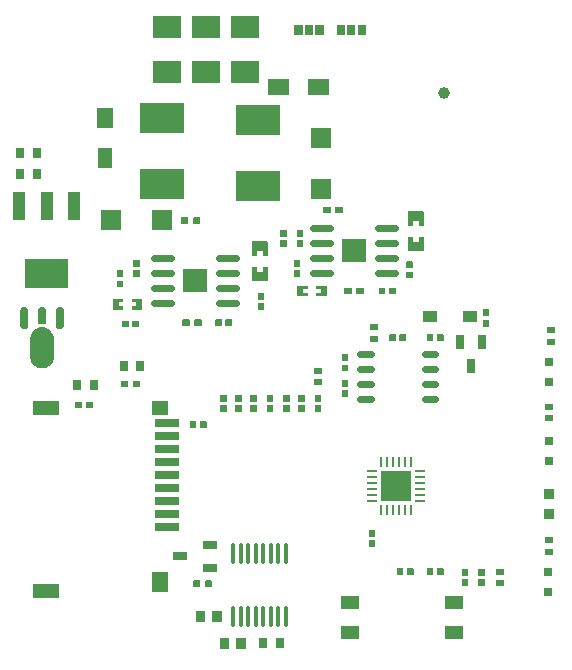
<source format=gtp>
G04 Layer: TopPasteMaskLayer*
G04 EasyEDA v6.4.31, 2022-04-07 10:18:28*
G04 166d8731ec0749d1b06731797b2d177b,10*
G04 Gerber Generator version 0.2*
G04 Scale: 100 percent, Rotated: No, Reflected: No *
G04 Dimensions in inches *
G04 leading zeros omitted , absolute positions ,3 integer and 6 decimal *
%FSLAX36Y36*%
%MOIN*%

%ADD16C,0.0226*%
%ADD19C,0.0140*%
%ADD20C,0.0236*%
%ADD23C,0.0394*%
%ADD24R,0.0098X0.0335*%
%ADD25R,0.0335X0.0098*%
%ADD26R,0.0984X0.0984*%
%ADD29R,0.0510X0.0692*%
%ADD35R,0.0709X0.0669*%
%ADD36R,0.0669X0.0709*%
%ADD37R,0.0250X0.0350*%
%ADD38R,0.0300X0.0350*%
%ADD39R,0.1496X0.0984*%
%ADD40R,0.0276X0.0492*%
%ADD41R,0.0315X0.0197*%
%ADD43R,0.0386X0.0972*%
%ADD45R,0.0315X0.0354*%
%ADD46R,0.0935X0.0748*%
%ADD48R,0.0492X0.0276*%
%ADD50R,0.0787X0.0276*%
%ADD51R,0.0787X0.0276*%
%ADD52R,0.0550X0.0472*%
%ADD53R,0.0550X0.0700*%
%ADD54R,0.0900X0.0500*%
%ADD55R,0.0315X0.0315*%

%LPD*%
G36*
X779840Y-2159180D02*
G01*
X777080Y-2161140D01*
X777080Y-2178860D01*
X779840Y-2180820D01*
X798740Y-2180820D01*
X800699Y-2178860D01*
X800699Y-2161140D01*
X798740Y-2159180D01*
G37*
G36*
X741260Y-2159180D02*
G01*
X739300Y-2161140D01*
X739300Y-2178860D01*
X741260Y-2180820D01*
X760160Y-2180820D01*
X762920Y-2178860D01*
X762920Y-2161140D01*
X760160Y-2159180D01*
G37*
G36*
X935600Y-1029060D02*
G01*
X933620Y-1031020D01*
X933620Y-1076300D01*
X935600Y-1078260D01*
X952120Y-1078080D01*
X952120Y-1060740D01*
X969840Y-1060740D01*
X969840Y-1078460D01*
X985980Y-1078260D01*
X987960Y-1076300D01*
X987960Y-1031020D01*
X985980Y-1029060D01*
G37*
G36*
X935600Y-1113700D02*
G01*
X933620Y-1115660D01*
X933620Y-1160940D01*
X935600Y-1162920D01*
X985980Y-1162920D01*
X987960Y-1160940D01*
X987960Y-1115660D01*
X985980Y-1113700D01*
X969840Y-1113900D01*
X969840Y-1131220D01*
X952120Y-1131220D01*
X952120Y-1113700D01*
G37*
G36*
X1284840Y-1184180D02*
G01*
X1282880Y-1186140D01*
X1282880Y-1203860D01*
X1284840Y-1205820D01*
X1305700Y-1205820D01*
X1307680Y-1203860D01*
X1307680Y-1186140D01*
X1305700Y-1184180D01*
G37*
G36*
X1244300Y-1184180D02*
G01*
X1242320Y-1186140D01*
X1242320Y-1203860D01*
X1244300Y-1205820D01*
X1265160Y-1205820D01*
X1267120Y-1203860D01*
X1267120Y-1186140D01*
X1265160Y-1184180D01*
G37*
G36*
X1455600Y-929060D02*
G01*
X1453620Y-931020D01*
X1453620Y-976300D01*
X1455600Y-978259D01*
X1472120Y-978080D01*
X1472120Y-960740D01*
X1489840Y-960740D01*
X1489840Y-978460D01*
X1505980Y-978259D01*
X1507960Y-976300D01*
X1507960Y-931020D01*
X1505980Y-929060D01*
G37*
G36*
X1455600Y-1013700D02*
G01*
X1453620Y-1015660D01*
X1453620Y-1060940D01*
X1455600Y-1062920D01*
X1505980Y-1062920D01*
X1507960Y-1060940D01*
X1507960Y-1015660D01*
X1505980Y-1013700D01*
X1489840Y-1013900D01*
X1489840Y-1031220D01*
X1472120Y-1031220D01*
X1472120Y-1013700D01*
G37*
G36*
X485940Y-1126820D02*
G01*
X484360Y-1128400D01*
X484360Y-1148120D01*
X485940Y-1149680D01*
X504060Y-1149680D01*
X505640Y-1148120D01*
X505640Y-1128400D01*
X504060Y-1126820D01*
G37*
G36*
X485940Y-1160320D02*
G01*
X484360Y-1161880D01*
X484360Y-1181600D01*
X485940Y-1183180D01*
X504060Y-1183180D01*
X505640Y-1181600D01*
X505640Y-1161880D01*
X504060Y-1160320D01*
G37*
G36*
X535560Y-1222280D02*
G01*
X533580Y-1224260D01*
X533580Y-1233220D01*
X548160Y-1233220D01*
X548160Y-1246220D01*
X533580Y-1246220D01*
X533580Y-1255740D01*
X535560Y-1257720D01*
X567040Y-1257720D01*
X569020Y-1255740D01*
X569020Y-1224260D01*
X567040Y-1222280D01*
G37*
G36*
X472960Y-1222280D02*
G01*
X470980Y-1224260D01*
X470980Y-1255740D01*
X472960Y-1257720D01*
X504060Y-1257720D01*
X506019Y-1255740D01*
X506019Y-1246220D01*
X491060Y-1246220D01*
X491060Y-1233220D01*
X506019Y-1233220D01*
X506019Y-1224260D01*
X504060Y-1222280D01*
G37*
G36*
X536880Y-1294360D02*
G01*
X535320Y-1295940D01*
X535320Y-1314060D01*
X536880Y-1315640D01*
X556600Y-1315640D01*
X558180Y-1314060D01*
X558180Y-1295940D01*
X556600Y-1294360D01*
G37*
G36*
X503400Y-1294360D02*
G01*
X501820Y-1295940D01*
X501820Y-1314060D01*
X503400Y-1315640D01*
X523120Y-1315640D01*
X524680Y-1314060D01*
X524680Y-1295940D01*
X523120Y-1294360D01*
G37*
G36*
X955939Y-1201820D02*
G01*
X954360Y-1203400D01*
X954360Y-1223120D01*
X955939Y-1224680D01*
X974060Y-1224680D01*
X975639Y-1223120D01*
X975639Y-1203400D01*
X974060Y-1201820D01*
G37*
G36*
X955939Y-1235320D02*
G01*
X954360Y-1236880D01*
X954360Y-1256600D01*
X955939Y-1258180D01*
X974060Y-1258180D01*
X975639Y-1256600D01*
X975639Y-1236880D01*
X974060Y-1235320D01*
G37*
G36*
X813400Y-1289360D02*
G01*
X811820Y-1290940D01*
X811820Y-1309060D01*
X813400Y-1310640D01*
X833100Y-1310640D01*
X834680Y-1309060D01*
X834680Y-1290940D01*
X833100Y-1289360D01*
G37*
G36*
X846900Y-1289360D02*
G01*
X845320Y-1290940D01*
X845320Y-1309060D01*
X846900Y-1310640D01*
X866600Y-1310640D01*
X868180Y-1309060D01*
X868180Y-1290940D01*
X866600Y-1289360D01*
G37*
G36*
X1145940Y-1541819D02*
G01*
X1144360Y-1543400D01*
X1144360Y-1563120D01*
X1145940Y-1564680D01*
X1164060Y-1564680D01*
X1165640Y-1563120D01*
X1165640Y-1543400D01*
X1164060Y-1541819D01*
G37*
G36*
X1145940Y-1575320D02*
G01*
X1144360Y-1576879D01*
X1144360Y-1596600D01*
X1145940Y-1598180D01*
X1164060Y-1598180D01*
X1165640Y-1596600D01*
X1165640Y-1576879D01*
X1164060Y-1575320D01*
G37*
G36*
X880939Y-1541819D02*
G01*
X879360Y-1543400D01*
X879360Y-1563120D01*
X880939Y-1564680D01*
X899060Y-1564680D01*
X900639Y-1563120D01*
X900639Y-1543400D01*
X899060Y-1541819D01*
G37*
G36*
X880939Y-1575320D02*
G01*
X879360Y-1576879D01*
X879360Y-1596600D01*
X880939Y-1598180D01*
X899060Y-1598180D01*
X900639Y-1596600D01*
X900639Y-1576879D01*
X899060Y-1575320D01*
G37*
G36*
X744840Y-1289180D02*
G01*
X742880Y-1291140D01*
X742880Y-1308860D01*
X744840Y-1310820D01*
X765699Y-1310820D01*
X767680Y-1308860D01*
X767680Y-1291140D01*
X765699Y-1289180D01*
G37*
G36*
X704300Y-1289180D02*
G01*
X702320Y-1291140D01*
X702320Y-1308860D01*
X704300Y-1310820D01*
X725160Y-1310820D01*
X727120Y-1308860D01*
X727120Y-1291140D01*
X725160Y-1289180D01*
G37*
G36*
X699300Y-949180D02*
G01*
X697320Y-951140D01*
X697320Y-968860D01*
X699300Y-970819D01*
X720160Y-970819D01*
X722120Y-968860D01*
X722120Y-951140D01*
X720160Y-949180D01*
G37*
G36*
X739840Y-949180D02*
G01*
X737880Y-951140D01*
X737880Y-968860D01*
X739840Y-970819D01*
X760699Y-970819D01*
X762680Y-968860D01*
X762680Y-951140D01*
X760699Y-949180D01*
G37*
G36*
X1174300Y-914180D02*
G01*
X1172320Y-916140D01*
X1172320Y-933860D01*
X1174300Y-935819D01*
X1195160Y-935819D01*
X1197120Y-933860D01*
X1197120Y-916140D01*
X1195160Y-914180D01*
G37*
G36*
X1214840Y-914180D02*
G01*
X1212880Y-916140D01*
X1212880Y-933860D01*
X1214840Y-935819D01*
X1235700Y-935819D01*
X1237680Y-933860D01*
X1237680Y-916140D01*
X1235700Y-914180D01*
G37*
G36*
X539840Y-1494180D02*
G01*
X537080Y-1496140D01*
X537080Y-1513860D01*
X539840Y-1515820D01*
X558740Y-1515820D01*
X560700Y-1513860D01*
X560700Y-1496140D01*
X558740Y-1494180D01*
G37*
G36*
X501260Y-1494180D02*
G01*
X499300Y-1496140D01*
X499300Y-1513860D01*
X501260Y-1515820D01*
X520160Y-1515820D01*
X522920Y-1513860D01*
X522920Y-1496140D01*
X520160Y-1494180D01*
G37*
G36*
X384840Y-1564180D02*
G01*
X382080Y-1566140D01*
X382080Y-1583860D01*
X384840Y-1585820D01*
X403740Y-1585820D01*
X405700Y-1583860D01*
X405700Y-1566140D01*
X403740Y-1564180D01*
G37*
G36*
X346260Y-1564180D02*
G01*
X344300Y-1566140D01*
X344300Y-1583860D01*
X346260Y-1585820D01*
X365160Y-1585820D01*
X367920Y-1583860D01*
X367920Y-1566140D01*
X365160Y-1564180D01*
G37*
G36*
X540940Y-1091820D02*
G01*
X539360Y-1093400D01*
X539360Y-1113120D01*
X540940Y-1114680D01*
X559060Y-1114680D01*
X560640Y-1113120D01*
X560640Y-1093400D01*
X559060Y-1091820D01*
G37*
G36*
X540940Y-1125320D02*
G01*
X539360Y-1126880D01*
X539360Y-1146600D01*
X540940Y-1148180D01*
X559060Y-1148180D01*
X560640Y-1146600D01*
X560640Y-1126880D01*
X559060Y-1125320D01*
G37*
G36*
X728400Y-1629360D02*
G01*
X726820Y-1630940D01*
X726820Y-1649060D01*
X728400Y-1650640D01*
X748120Y-1650640D01*
X749680Y-1649060D01*
X749680Y-1630940D01*
X748120Y-1629360D01*
G37*
G36*
X761900Y-1629360D02*
G01*
X760320Y-1630940D01*
X760320Y-1649060D01*
X761900Y-1650640D01*
X781600Y-1650640D01*
X783180Y-1649060D01*
X783180Y-1630940D01*
X781600Y-1629360D01*
G37*
G36*
X1030939Y-991820D02*
G01*
X1029360Y-993400D01*
X1029360Y-1013120D01*
X1030939Y-1014680D01*
X1049060Y-1014680D01*
X1050640Y-1013120D01*
X1050640Y-993400D01*
X1049060Y-991820D01*
G37*
G36*
X1030939Y-1025320D02*
G01*
X1029360Y-1026880D01*
X1029360Y-1046600D01*
X1030939Y-1048180D01*
X1049060Y-1048180D01*
X1050640Y-1046600D01*
X1050640Y-1026880D01*
X1049060Y-1025320D01*
G37*
G36*
X1085940Y-1025320D02*
G01*
X1084360Y-1026880D01*
X1084360Y-1046600D01*
X1085940Y-1048180D01*
X1104060Y-1048180D01*
X1105640Y-1046600D01*
X1105640Y-1026880D01*
X1104060Y-1025320D01*
G37*
G36*
X1085940Y-991820D02*
G01*
X1084360Y-993400D01*
X1084360Y-1013120D01*
X1085940Y-1014680D01*
X1104060Y-1014680D01*
X1105640Y-1013120D01*
X1105640Y-993400D01*
X1104060Y-991820D01*
G37*
G36*
X1150560Y-1177280D02*
G01*
X1148580Y-1179260D01*
X1148580Y-1188220D01*
X1163140Y-1188220D01*
X1163140Y-1201220D01*
X1148580Y-1201220D01*
X1148580Y-1210740D01*
X1150560Y-1212720D01*
X1182040Y-1212720D01*
X1184020Y-1210740D01*
X1184020Y-1179260D01*
X1182040Y-1177280D01*
G37*
G36*
X1087960Y-1177280D02*
G01*
X1085980Y-1179260D01*
X1085980Y-1210740D01*
X1087960Y-1212720D01*
X1119060Y-1212720D01*
X1121020Y-1210740D01*
X1121020Y-1201220D01*
X1106060Y-1201220D01*
X1106060Y-1188220D01*
X1121020Y-1188220D01*
X1121020Y-1179260D01*
X1119060Y-1177280D01*
G37*
G36*
X1075940Y-1125320D02*
G01*
X1074360Y-1126880D01*
X1074360Y-1146600D01*
X1075940Y-1148180D01*
X1094060Y-1148180D01*
X1095640Y-1146600D01*
X1095640Y-1126880D01*
X1094060Y-1125320D01*
G37*
G36*
X1075940Y-1091820D02*
G01*
X1074360Y-1093400D01*
X1074360Y-1113120D01*
X1075940Y-1114680D01*
X1094060Y-1114680D01*
X1095640Y-1113120D01*
X1095640Y-1093400D01*
X1094060Y-1091820D01*
G37*
G36*
X1450940Y-1096820D02*
G01*
X1449360Y-1098400D01*
X1449360Y-1118120D01*
X1450940Y-1119680D01*
X1469060Y-1119680D01*
X1470640Y-1118120D01*
X1470640Y-1098400D01*
X1469060Y-1096820D01*
G37*
G36*
X1450940Y-1130320D02*
G01*
X1449360Y-1131880D01*
X1449360Y-1151600D01*
X1450940Y-1153180D01*
X1469060Y-1153180D01*
X1470640Y-1151600D01*
X1470640Y-1131880D01*
X1469060Y-1130320D01*
G37*
G36*
X1358400Y-1184360D02*
G01*
X1356819Y-1185940D01*
X1356819Y-1204060D01*
X1358400Y-1205640D01*
X1378100Y-1205640D01*
X1379680Y-1204060D01*
X1379680Y-1185940D01*
X1378100Y-1184360D01*
G37*
G36*
X1391900Y-1184360D02*
G01*
X1390320Y-1185940D01*
X1390320Y-1204060D01*
X1391900Y-1205640D01*
X1411600Y-1205640D01*
X1413180Y-1204060D01*
X1413180Y-1185940D01*
X1411600Y-1184360D01*
G37*
G36*
X1325940Y-2025320D02*
G01*
X1324360Y-2026879D01*
X1324360Y-2046600D01*
X1325940Y-2048180D01*
X1344060Y-2048180D01*
X1345640Y-2046600D01*
X1345640Y-2026879D01*
X1344060Y-2025320D01*
G37*
G36*
X1325940Y-1991819D02*
G01*
X1324360Y-1993400D01*
X1324360Y-2013120D01*
X1325940Y-2014680D01*
X1344060Y-2014680D01*
X1345640Y-2013120D01*
X1345640Y-1993400D01*
X1344060Y-1991819D01*
G37*
G36*
X1090940Y-1541819D02*
G01*
X1089360Y-1543400D01*
X1089360Y-1563120D01*
X1090940Y-1564680D01*
X1109060Y-1564680D01*
X1110640Y-1563120D01*
X1110640Y-1543400D01*
X1109060Y-1541819D01*
G37*
G36*
X1090940Y-1575320D02*
G01*
X1089360Y-1576879D01*
X1089360Y-1596600D01*
X1090940Y-1598180D01*
X1109060Y-1598180D01*
X1110640Y-1596600D01*
X1110640Y-1576879D01*
X1109060Y-1575320D01*
G37*
G36*
X930939Y-1541819D02*
G01*
X929360Y-1543400D01*
X929360Y-1563120D01*
X930939Y-1564680D01*
X949060Y-1564680D01*
X950639Y-1563120D01*
X950639Y-1543400D01*
X949060Y-1541819D01*
G37*
G36*
X930939Y-1575320D02*
G01*
X929360Y-1576879D01*
X929360Y-1596600D01*
X930939Y-1598180D01*
X949060Y-1598180D01*
X950639Y-1596600D01*
X950639Y-1576879D01*
X949060Y-1575320D01*
G37*
G36*
X985939Y-1541819D02*
G01*
X984360Y-1543400D01*
X984360Y-1563120D01*
X985939Y-1564680D01*
X1004060Y-1564680D01*
X1005639Y-1563120D01*
X1005639Y-1543400D01*
X1004060Y-1541819D01*
G37*
G36*
X985939Y-1575320D02*
G01*
X984360Y-1576879D01*
X984360Y-1596600D01*
X985939Y-1598180D01*
X1004060Y-1598180D01*
X1005639Y-1596600D01*
X1005639Y-1576879D01*
X1004060Y-1575320D01*
G37*
G36*
X1040939Y-1541819D02*
G01*
X1039360Y-1543400D01*
X1039360Y-1563120D01*
X1040939Y-1564680D01*
X1059060Y-1564680D01*
X1060640Y-1563120D01*
X1060640Y-1543400D01*
X1059060Y-1541819D01*
G37*
G36*
X1040939Y-1575320D02*
G01*
X1039360Y-1576879D01*
X1039360Y-1596600D01*
X1040939Y-1598180D01*
X1059060Y-1598180D01*
X1060640Y-1596600D01*
X1060640Y-1576879D01*
X1059060Y-1575320D01*
G37*
G36*
X830939Y-1541819D02*
G01*
X829360Y-1543400D01*
X829360Y-1563120D01*
X830939Y-1564680D01*
X849060Y-1564680D01*
X850639Y-1563120D01*
X850639Y-1543400D01*
X849060Y-1541819D01*
G37*
G36*
X830939Y-1575320D02*
G01*
X829360Y-1576879D01*
X829360Y-1596600D01*
X830939Y-1598180D01*
X849060Y-1598180D01*
X850639Y-1596600D01*
X850639Y-1576879D01*
X849060Y-1575320D01*
G37*
G36*
X234020Y-1315320D02*
G01*
X232060Y-1315400D01*
X230100Y-1315600D01*
X226240Y-1316279D01*
X222460Y-1317340D01*
X218800Y-1318779D01*
X215320Y-1320580D01*
X212020Y-1322700D01*
X208939Y-1325140D01*
X206140Y-1327900D01*
X204840Y-1329360D01*
X202480Y-1332500D01*
X201400Y-1334139D01*
X199520Y-1337580D01*
X198000Y-1341200D01*
X196840Y-1344960D01*
X196060Y-1348800D01*
X195820Y-1350740D01*
X195640Y-1354660D01*
X195680Y-1415680D01*
X196060Y-1419600D01*
X196840Y-1423440D01*
X198000Y-1427180D01*
X199520Y-1430800D01*
X201400Y-1434259D01*
X203619Y-1437500D01*
X206140Y-1440500D01*
X208939Y-1443240D01*
X212020Y-1445680D01*
X213640Y-1446800D01*
X217040Y-1448760D01*
X220620Y-1450380D01*
X224340Y-1451620D01*
X228160Y-1452500D01*
X232060Y-1452980D01*
X235980Y-1453080D01*
X239899Y-1452780D01*
X241840Y-1452500D01*
X245660Y-1451620D01*
X249380Y-1450380D01*
X252960Y-1448760D01*
X256360Y-1446800D01*
X259540Y-1444500D01*
X261060Y-1443240D01*
X263860Y-1440500D01*
X266380Y-1437500D01*
X268600Y-1434259D01*
X270480Y-1430800D01*
X272000Y-1427180D01*
X273160Y-1423440D01*
X273940Y-1419600D01*
X274320Y-1415680D01*
X274360Y-1354660D01*
X274180Y-1350740D01*
X273940Y-1348800D01*
X273160Y-1344960D01*
X272000Y-1341200D01*
X270480Y-1337580D01*
X268600Y-1334139D01*
X266380Y-1330900D01*
X265160Y-1329360D01*
X262480Y-1326480D01*
X261060Y-1325140D01*
X257979Y-1322700D01*
X254680Y-1320580D01*
X251200Y-1318779D01*
X247540Y-1317340D01*
X243760Y-1316279D01*
X239899Y-1315600D01*
X237940Y-1315400D01*
G37*
G36*
X293760Y-1248400D02*
G01*
X292380Y-1248500D01*
X291040Y-1248740D01*
X289700Y-1249120D01*
X288420Y-1249620D01*
X287200Y-1250240D01*
X286060Y-1250980D01*
X284980Y-1251840D01*
X284000Y-1252800D01*
X283120Y-1253860D01*
X282340Y-1254980D01*
X281680Y-1256200D01*
X281140Y-1257460D01*
X280740Y-1258780D01*
X280380Y-1260800D01*
X280320Y-1262180D01*
X280340Y-1310100D01*
X280480Y-1311480D01*
X280740Y-1312820D01*
X281140Y-1314139D01*
X281680Y-1315400D01*
X282340Y-1316600D01*
X283120Y-1317740D01*
X284000Y-1318800D01*
X284980Y-1319740D01*
X286620Y-1321000D01*
X287800Y-1321680D01*
X289060Y-1322240D01*
X290360Y-1322680D01*
X291700Y-1322980D01*
X293060Y-1323160D01*
X294440Y-1323200D01*
X295800Y-1323100D01*
X297820Y-1322680D01*
X299140Y-1322240D01*
X300380Y-1321680D01*
X301580Y-1321000D01*
X302680Y-1320200D01*
X303720Y-1319280D01*
X304660Y-1318280D01*
X305480Y-1317180D01*
X306200Y-1316000D01*
X306800Y-1314780D01*
X307260Y-1313480D01*
X307600Y-1312140D01*
X307800Y-1310800D01*
X307880Y-1309420D01*
X307860Y-1261480D01*
X307720Y-1260120D01*
X307440Y-1258780D01*
X307040Y-1257460D01*
X306520Y-1256200D01*
X305860Y-1254980D01*
X305080Y-1253860D01*
X304200Y-1252800D01*
X303220Y-1251840D01*
X302140Y-1250980D01*
X300980Y-1250240D01*
X299760Y-1249620D01*
X297820Y-1248900D01*
X296480Y-1248600D01*
X295120Y-1248440D01*
G37*
G36*
X175560Y-1248400D02*
G01*
X174180Y-1248500D01*
X172840Y-1248740D01*
X171500Y-1249120D01*
X170219Y-1249620D01*
X169000Y-1250240D01*
X167860Y-1250980D01*
X166780Y-1251840D01*
X165799Y-1252800D01*
X164920Y-1253860D01*
X164140Y-1254980D01*
X163480Y-1256200D01*
X162940Y-1257460D01*
X162540Y-1258780D01*
X162280Y-1260120D01*
X162140Y-1261480D01*
X162120Y-1309420D01*
X162180Y-1310800D01*
X162719Y-1313480D01*
X163200Y-1314780D01*
X163800Y-1316000D01*
X164520Y-1317180D01*
X165340Y-1318280D01*
X166280Y-1319280D01*
X167300Y-1320200D01*
X169000Y-1321360D01*
X170219Y-1321980D01*
X171500Y-1322480D01*
X172840Y-1322860D01*
X174180Y-1323100D01*
X175560Y-1323200D01*
X176920Y-1323160D01*
X178299Y-1322980D01*
X179620Y-1322680D01*
X180940Y-1322240D01*
X182180Y-1321680D01*
X183380Y-1321000D01*
X184480Y-1320200D01*
X185520Y-1319280D01*
X186460Y-1318280D01*
X187280Y-1317180D01*
X188000Y-1316000D01*
X188600Y-1314780D01*
X189060Y-1313480D01*
X189400Y-1312140D01*
X189600Y-1310800D01*
X189680Y-1309420D01*
X189660Y-1261480D01*
X189520Y-1260120D01*
X189259Y-1258780D01*
X188840Y-1257460D01*
X188320Y-1256200D01*
X187659Y-1254980D01*
X186880Y-1253860D01*
X186000Y-1252800D01*
X185020Y-1251840D01*
X183939Y-1250980D01*
X182780Y-1250240D01*
X181560Y-1249620D01*
X179620Y-1248900D01*
X178299Y-1248600D01*
X176920Y-1248440D01*
G37*
G36*
X234600Y-1248380D02*
G01*
X232520Y-1248560D01*
X230479Y-1249040D01*
X228520Y-1249840D01*
X226740Y-1250940D01*
X225140Y-1252300D01*
X223780Y-1253900D01*
X222680Y-1255700D01*
X221880Y-1257640D01*
X221380Y-1259680D01*
X221220Y-1261780D01*
X221220Y-1305480D01*
X248780Y-1305480D01*
X248740Y-1261080D01*
X248619Y-1260000D01*
X248100Y-1257900D01*
X247280Y-1255900D01*
X246140Y-1254060D01*
X244740Y-1252420D01*
X243100Y-1251020D01*
X241260Y-1249880D01*
X239259Y-1249060D01*
X238220Y-1248760D01*
X236080Y-1248420D01*
G37*
G36*
X1706140Y-1254300D02*
G01*
X1704180Y-1256260D01*
X1704180Y-1275160D01*
X1706140Y-1277920D01*
X1723860Y-1277920D01*
X1725820Y-1275160D01*
X1725820Y-1256260D01*
X1723860Y-1254300D01*
G37*
G36*
X1706140Y-1292080D02*
G01*
X1704180Y-1294840D01*
X1704180Y-1313740D01*
X1706140Y-1315700D01*
X1723860Y-1315700D01*
X1725820Y-1313740D01*
X1725820Y-1294840D01*
X1723860Y-1292080D01*
G37*
G36*
X1635940Y-2121820D02*
G01*
X1634360Y-2123400D01*
X1634360Y-2143120D01*
X1635940Y-2144680D01*
X1654060Y-2144680D01*
X1655640Y-2143120D01*
X1655640Y-2123400D01*
X1654060Y-2121820D01*
G37*
G36*
X1635940Y-2155320D02*
G01*
X1634360Y-2156880D01*
X1634360Y-2176600D01*
X1635940Y-2178180D01*
X1654060Y-2178180D01*
X1655640Y-2176600D01*
X1655640Y-2156880D01*
X1654060Y-2155320D01*
G37*
G36*
X1690940Y-2121820D02*
G01*
X1689360Y-2123400D01*
X1689360Y-2143120D01*
X1690940Y-2144680D01*
X1709060Y-2144680D01*
X1710640Y-2143120D01*
X1710640Y-2123400D01*
X1709060Y-2121820D01*
G37*
G36*
X1690940Y-2155320D02*
G01*
X1689360Y-2156880D01*
X1689360Y-2176600D01*
X1690940Y-2178180D01*
X1709060Y-2178180D01*
X1710640Y-2176600D01*
X1710640Y-2156880D01*
X1709060Y-2155320D01*
G37*
G36*
X1551900Y-2119360D02*
G01*
X1550320Y-2120940D01*
X1550320Y-2139060D01*
X1551900Y-2140640D01*
X1571600Y-2140640D01*
X1573180Y-2139060D01*
X1573180Y-2120940D01*
X1571600Y-2119360D01*
G37*
G36*
X1518400Y-2119360D02*
G01*
X1516819Y-2120940D01*
X1516819Y-2139060D01*
X1518400Y-2140640D01*
X1538100Y-2140640D01*
X1539680Y-2139060D01*
X1539680Y-2120940D01*
X1538100Y-2119360D01*
G37*
G36*
X1451900Y-2119360D02*
G01*
X1450320Y-2120940D01*
X1450320Y-2139060D01*
X1451900Y-2140640D01*
X1471600Y-2140640D01*
X1473180Y-2139060D01*
X1473180Y-2120940D01*
X1471600Y-2119360D01*
G37*
G36*
X1418400Y-2119360D02*
G01*
X1416819Y-2120940D01*
X1416819Y-2139060D01*
X1418400Y-2140640D01*
X1438100Y-2140640D01*
X1439680Y-2139060D01*
X1439680Y-2120940D01*
X1438100Y-2119360D01*
G37*
G36*
X1551900Y-1339360D02*
G01*
X1550320Y-1340940D01*
X1550320Y-1359060D01*
X1551900Y-1360640D01*
X1571600Y-1360640D01*
X1573180Y-1359060D01*
X1573180Y-1340940D01*
X1571600Y-1339360D01*
G37*
G36*
X1518400Y-1339360D02*
G01*
X1516819Y-1340940D01*
X1516819Y-1359060D01*
X1518400Y-1360640D01*
X1538100Y-1360640D01*
X1539680Y-1359060D01*
X1539680Y-1340940D01*
X1538100Y-1339360D01*
G37*
G36*
X1393400Y-1339360D02*
G01*
X1391819Y-1340940D01*
X1391819Y-1359060D01*
X1393400Y-1360640D01*
X1413100Y-1360640D01*
X1414680Y-1359060D01*
X1414680Y-1340940D01*
X1413100Y-1339360D01*
G37*
G36*
X1426900Y-1339360D02*
G01*
X1425320Y-1340940D01*
X1425320Y-1359060D01*
X1426900Y-1360640D01*
X1446600Y-1360640D01*
X1448180Y-1359060D01*
X1448180Y-1340940D01*
X1446600Y-1339360D01*
G37*
G36*
X1235940Y-1525320D02*
G01*
X1234360Y-1526879D01*
X1234360Y-1546600D01*
X1235940Y-1548180D01*
X1254060Y-1548180D01*
X1255640Y-1546600D01*
X1255640Y-1526879D01*
X1254060Y-1525320D01*
G37*
G36*
X1235940Y-1491819D02*
G01*
X1234360Y-1493400D01*
X1234360Y-1513120D01*
X1235940Y-1514680D01*
X1254060Y-1514680D01*
X1255640Y-1513120D01*
X1255640Y-1493400D01*
X1254060Y-1491819D01*
G37*
G36*
X1235940Y-1440320D02*
G01*
X1234360Y-1441879D01*
X1234360Y-1461600D01*
X1235940Y-1463180D01*
X1254060Y-1463180D01*
X1255640Y-1461600D01*
X1255640Y-1441879D01*
X1254060Y-1440320D01*
G37*
G36*
X1235940Y-1406819D02*
G01*
X1234360Y-1408400D01*
X1234360Y-1428120D01*
X1235940Y-1429680D01*
X1254060Y-1429680D01*
X1255640Y-1428120D01*
X1255640Y-1408400D01*
X1254060Y-1406819D01*
G37*
D16*
X664798Y-1085000D02*
G01*
X607161Y-1085000D01*
X664798Y-1135000D02*
G01*
X607161Y-1135000D01*
X664798Y-1185000D02*
G01*
X607161Y-1185000D01*
X664798Y-1235000D02*
G01*
X607161Y-1235000D01*
X882839Y-1085000D02*
G01*
X825200Y-1085000D01*
X882839Y-1135000D02*
G01*
X825200Y-1135000D01*
X882839Y-1185000D02*
G01*
X825200Y-1185000D01*
X882839Y-1235000D02*
G01*
X825200Y-1235000D01*
X1194799Y-985000D02*
G01*
X1137160Y-985000D01*
X1194799Y-1035000D02*
G01*
X1137160Y-1035000D01*
X1194799Y-1085000D02*
G01*
X1137160Y-1085000D01*
X1194799Y-1135000D02*
G01*
X1137160Y-1135000D01*
X1412839Y-985000D02*
G01*
X1355200Y-985000D01*
X1412839Y-1035000D02*
G01*
X1355200Y-1035000D01*
X1412839Y-1085000D02*
G01*
X1355200Y-1085000D01*
X1412839Y-1135000D02*
G01*
X1355200Y-1135000D01*
D19*
X872500Y-2308245D02*
G01*
X872500Y-2250796D01*
X897500Y-2308245D02*
G01*
X897500Y-2250796D01*
X922500Y-2308245D02*
G01*
X922500Y-2250796D01*
X947500Y-2308245D02*
G01*
X947500Y-2250796D01*
X972500Y-2308245D02*
G01*
X972500Y-2250796D01*
X997500Y-2308245D02*
G01*
X997500Y-2250796D01*
X1022500Y-2308245D02*
G01*
X1022500Y-2250796D01*
X1047500Y-2308245D02*
G01*
X1047500Y-2250796D01*
X872500Y-2099203D02*
G01*
X872500Y-2041756D01*
X897500Y-2099203D02*
G01*
X897500Y-2041756D01*
X922500Y-2099203D02*
G01*
X922500Y-2041756D01*
X947500Y-2099203D02*
G01*
X947500Y-2041756D01*
X972500Y-2099203D02*
G01*
X972500Y-2041756D01*
X997500Y-2099203D02*
G01*
X997500Y-2041756D01*
X1022500Y-2099203D02*
G01*
X1022500Y-2041756D01*
X1047500Y-2099203D02*
G01*
X1047500Y-2041756D01*
D20*
X1330240Y-1405000D02*
G01*
X1294018Y-1405000D01*
X1330240Y-1455000D02*
G01*
X1294018Y-1455000D01*
X1330240Y-1505000D02*
G01*
X1294018Y-1505000D01*
X1330240Y-1555000D02*
G01*
X1294018Y-1555000D01*
X1545981Y-1405000D02*
G01*
X1509759Y-1405000D01*
X1545981Y-1455000D02*
G01*
X1509759Y-1455000D01*
X1545981Y-1505000D02*
G01*
X1509759Y-1505000D01*
X1545981Y-1555000D02*
G01*
X1509759Y-1555000D01*
D23*
G01*
X1575000Y-535000D03*
D24*
G01*
X1365990Y-1924720D03*
G01*
X1385699Y-1924720D03*
G01*
X1405399Y-1924720D03*
G01*
X1425100Y-1924720D03*
G01*
X1444700Y-1924720D03*
G01*
X1464399Y-1924720D03*
D25*
G01*
X1494719Y-1894369D03*
G01*
X1494719Y-1874780D03*
G01*
X1494719Y-1855079D03*
G01*
X1494719Y-1835380D03*
G01*
X1494719Y-1815680D03*
G01*
X1494719Y-1795979D03*
D24*
G01*
X1464409Y-1765279D03*
G01*
X1444700Y-1765279D03*
G01*
X1425100Y-1765279D03*
G01*
X1405399Y-1765279D03*
G01*
X1385699Y-1765279D03*
G01*
X1366000Y-1765279D03*
D25*
G01*
X1335280Y-1795979D03*
G01*
X1335280Y-1815680D03*
G01*
X1335280Y-1835380D03*
G01*
X1335280Y-1855079D03*
G01*
X1335280Y-1874780D03*
G01*
X1335280Y-1894369D03*
D26*
G01*
X1415000Y-1844989D03*
G36*
X470511Y-653209D02*
G01*
X419488Y-653209D01*
X419488Y-584016D01*
X470511Y-584016D01*
G37*
D29*
G01*
X445000Y-751390D03*
G36*
X705630Y-1120630D02*
G01*
X784369Y-1120630D01*
X784369Y-1199369D01*
X705630Y-1199369D01*
G37*
G36*
X1058208Y-489488D02*
G01*
X1058208Y-540511D01*
X989016Y-540511D01*
X989016Y-489488D01*
G37*
G36*
X1121791Y-489488D02*
G01*
X1121791Y-540511D01*
X1190983Y-540511D01*
X1190983Y-489488D01*
G37*
D35*
G01*
X463679Y-960000D03*
G01*
X636320Y-960000D03*
D36*
G01*
X1165000Y-683679D03*
G01*
X1165000Y-856320D03*
D37*
G01*
X1265000Y-325000D03*
D38*
G01*
X1230000Y-325000D03*
G01*
X1300000Y-325000D03*
G36*
X1112500Y-307500D02*
G01*
X1137500Y-307500D01*
X1137500Y-342500D01*
X1112500Y-342500D01*
G37*
G36*
X1145000Y-307500D02*
G01*
X1175000Y-307500D01*
X1175000Y-342500D01*
X1145000Y-342500D01*
G37*
G36*
X1075000Y-307500D02*
G01*
X1105000Y-307500D01*
X1105000Y-342500D01*
X1075000Y-342500D01*
G37*
D39*
G01*
X635000Y-840239D03*
G01*
X635000Y-619760D03*
G01*
X955000Y-845239D03*
G01*
X955000Y-624760D03*
D40*
G01*
X1702399Y-1365630D03*
G01*
X1627600Y-1365630D03*
G01*
X1665000Y-1444369D03*
D41*
G01*
X1760000Y-2169690D03*
G01*
X1760000Y-2130320D03*
G36*
X1231414Y-2313346D02*
G01*
X1291414Y-2313346D01*
X1291414Y-2356653D01*
X1231414Y-2356653D01*
G37*
G36*
X1578581Y-2313346D02*
G01*
X1638581Y-2313346D01*
X1638581Y-2356653D01*
X1578581Y-2356653D01*
G37*
G36*
X1578578Y-2213346D02*
G01*
X1638578Y-2213346D01*
X1638578Y-2256653D01*
X1578578Y-2256653D01*
G37*
G36*
X1231414Y-2213346D02*
G01*
X1291414Y-2213346D01*
X1291414Y-2256653D01*
X1231414Y-2256653D01*
G37*
G36*
X1235630Y-1020630D02*
G01*
X1314369Y-1020630D01*
X1314369Y-1099369D01*
X1235630Y-1099369D01*
G37*
D43*
G01*
X340549Y-913389D03*
G01*
X250000Y-913389D03*
G01*
X159450Y-913389D03*
G36*
X179133Y-1087991D02*
G01*
X320866Y-1087991D01*
X320866Y-1185235D01*
X179133Y-1185235D01*
G37*
D45*
G01*
X972439Y-2370000D03*
G01*
X1027560Y-2370000D03*
G36*
X881810Y-2352283D02*
G01*
X913307Y-2352283D01*
X913307Y-2387716D01*
X881810Y-2387716D01*
G37*
G36*
X826692Y-2352283D02*
G01*
X858189Y-2352283D01*
X858189Y-2387716D01*
X826692Y-2387716D01*
G37*
G36*
X801810Y-2262283D02*
G01*
X833307Y-2262283D01*
X833307Y-2297716D01*
X801810Y-2297716D01*
G37*
G36*
X746693Y-2262283D02*
G01*
X778189Y-2262283D01*
X778189Y-2297716D01*
X746693Y-2297716D01*
G37*
D46*
G01*
X650000Y-315250D03*
G01*
X650000Y-464749D03*
G01*
X780000Y-315250D03*
G01*
X780000Y-464749D03*
G01*
X910000Y-315250D03*
G01*
X910000Y-464749D03*
D45*
G01*
X352440Y-1510000D03*
G01*
X407559Y-1510000D03*
G01*
X162440Y-735000D03*
G01*
X217559Y-735000D03*
D41*
G01*
X1340000Y-1315320D03*
G01*
X1340000Y-1354690D03*
D45*
G01*
X507440Y-1445000D03*
G01*
X562559Y-1445000D03*
G01*
X162440Y-805000D03*
G01*
X217559Y-805000D03*
D48*
G01*
X695799Y-2080000D03*
G01*
X794200Y-2042600D03*
G01*
X794200Y-2117399D03*
G36*
X1638307Y-1261298D02*
G01*
X1685551Y-1261298D01*
X1685551Y-1298701D01*
X1638307Y-1298701D01*
G37*
G36*
X1504448Y-1261298D02*
G01*
X1551692Y-1261298D01*
X1551692Y-1298701D01*
X1504448Y-1298701D01*
G37*
D41*
G01*
X1930000Y-1364690D03*
G01*
X1930000Y-1325320D03*
G01*
X1925000Y-1619690D03*
G01*
X1925000Y-1580320D03*
G01*
X1925000Y-2025309D03*
G01*
X1925000Y-2064679D03*
G01*
X1155000Y-1460309D03*
G01*
X1155000Y-1499679D03*
D50*
G01*
X650590Y-1980650D03*
G01*
X650520Y-1937620D03*
G01*
X650590Y-1894450D03*
G01*
X650590Y-1851159D03*
G01*
X650590Y-1807910D03*
G01*
X650590Y-1764670D03*
G01*
X650590Y-1721500D03*
G01*
X650590Y-1678270D03*
D51*
G01*
X650599Y-1634810D03*
D52*
G01*
X629400Y-1584310D03*
D53*
G01*
X629400Y-2165689D03*
D54*
G01*
X249409Y-2195689D03*
G01*
X249400Y-1585689D03*
D55*
G01*
X1925000Y-1696500D03*
G01*
X1925000Y-1763499D03*
G36*
X1909251Y-1922752D02*
G01*
X1940748Y-1922752D01*
X1940748Y-1954247D01*
X1909251Y-1954247D01*
G37*
G36*
X1909251Y-1855752D02*
G01*
X1940748Y-1855752D01*
X1940748Y-1887247D01*
X1909251Y-1887247D01*
G37*
G01*
X1920000Y-2131500D03*
G01*
X1920000Y-2198499D03*
G01*
X1925000Y-1431500D03*
G01*
X1925000Y-1498499D03*
M02*

</source>
